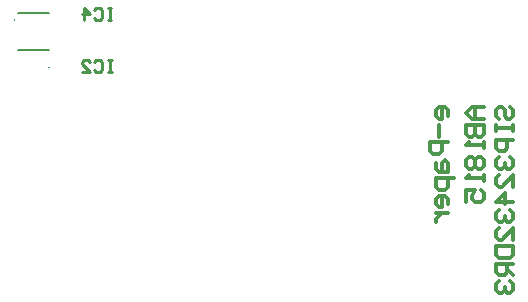
<source format=gbo>
G04*
G04 #@! TF.GenerationSoftware,Altium Limited,Altium Designer,22.10.1 (41)*
G04*
G04 Layer_Color=32896*
%FSLAX44Y44*%
%MOMM*%
G71*
G04*
G04 #@! TF.SameCoordinates,B11F2CDB-B4DC-4695-A2B3-7529A6E467DA*
G04*
G04*
G04 #@! TF.FilePolarity,Positive*
G04*
G01*
G75*
%ADD11C,0.2000*%
%ADD14C,0.3000*%
%ADD16C,0.1000*%
%ADD17C,0.1270*%
%ADD19C,0.2540*%
D11*
X12000Y270000D02*
G03*
X12000Y270000I-500J0D01*
G01*
D14*
X378613Y188752D02*
Y193751D01*
X376114Y196250D01*
X371115D01*
X368616Y193751D01*
Y188752D01*
X371115Y186253D01*
X373615D01*
Y196250D01*
X371115Y181255D02*
Y171258D01*
X378613Y166259D02*
X363618D01*
Y158762D01*
X366117Y156263D01*
X371115D01*
X373615Y158762D01*
Y166259D01*
X368616Y148765D02*
Y143767D01*
X371115Y141268D01*
X378613D01*
Y148765D01*
X376114Y151264D01*
X373615Y148765D01*
Y141268D01*
X383611Y136269D02*
X368616D01*
Y128772D01*
X371115Y126272D01*
X376114D01*
X378613Y128772D01*
Y136269D01*
Y113777D02*
Y118775D01*
X376114Y121274D01*
X371115D01*
X368616Y118775D01*
Y113777D01*
X371115Y111277D01*
X373615D01*
Y121274D01*
X368616Y106279D02*
X378613D01*
X373615D01*
X371115Y103780D01*
X368616Y101281D01*
Y98781D01*
X408806Y196250D02*
X398809D01*
X393811Y191251D01*
X398809Y186253D01*
X408806D01*
X401308D01*
Y196250D01*
X393811Y181255D02*
X408806D01*
Y173757D01*
X406306Y171258D01*
X403807D01*
X401308Y173757D01*
Y181255D01*
Y173757D01*
X398809Y171258D01*
X396310D01*
X393811Y173757D01*
Y181255D01*
X408806Y166259D02*
Y161261D01*
Y163760D01*
X393811D01*
X396310Y166259D01*
Y153764D02*
X393811Y151264D01*
Y146266D01*
X396310Y143767D01*
X398809D01*
X401308Y146266D01*
X403807Y143767D01*
X406306D01*
X408806Y146266D01*
Y151264D01*
X406306Y153764D01*
X403807D01*
X401308Y151264D01*
X398809Y153764D01*
X396310D01*
X401308Y151264D02*
Y146266D01*
X408806Y138768D02*
Y133770D01*
Y136269D01*
X393811D01*
X396310Y138768D01*
X393811Y116276D02*
Y126272D01*
X401308D01*
X398809Y121274D01*
Y118775D01*
X401308Y116276D01*
X406306D01*
X408806Y118775D01*
Y123773D01*
X406306Y126272D01*
X421504Y186253D02*
X419005Y188752D01*
Y193751D01*
X421504Y196250D01*
X424003D01*
X426502Y193751D01*
Y188752D01*
X429001Y186253D01*
X431501D01*
X434000Y188752D01*
Y193751D01*
X431501Y196250D01*
X419005Y181255D02*
Y176256D01*
Y178755D01*
X434000D01*
Y181255D01*
Y176256D01*
Y168759D02*
X419005D01*
Y161261D01*
X421504Y158762D01*
X426502D01*
X429001Y161261D01*
Y168759D01*
X421504Y153764D02*
X419005Y151264D01*
Y146266D01*
X421504Y143767D01*
X424003D01*
X426502Y146266D01*
Y148765D01*
Y146266D01*
X429001Y143767D01*
X431501D01*
X434000Y146266D01*
Y151264D01*
X431501Y153764D01*
X434000Y128772D02*
Y138768D01*
X424003Y128772D01*
X421504D01*
X419005Y131271D01*
Y136269D01*
X421504Y138768D01*
X434000Y116276D02*
X419005D01*
X426502Y123773D01*
Y113777D01*
X421504Y108778D02*
X419005Y106279D01*
Y101281D01*
X421504Y98781D01*
X424003D01*
X426502Y101281D01*
Y103780D01*
Y101281D01*
X429001Y98781D01*
X431501D01*
X434000Y101281D01*
Y106279D01*
X431501Y108778D01*
X434000Y83786D02*
Y93783D01*
X424003Y83786D01*
X421504D01*
X419005Y86285D01*
Y91284D01*
X421504Y93783D01*
X419005Y78788D02*
X434000D01*
Y71290D01*
X431501Y68791D01*
X421504D01*
X419005Y71290D01*
Y78788D01*
X434000Y63793D02*
X419005D01*
Y56295D01*
X421504Y53796D01*
X426502D01*
X429001Y56295D01*
Y63793D01*
Y58794D02*
X434000Y53796D01*
X421504Y48798D02*
X419005Y46298D01*
Y41300D01*
X421504Y38801D01*
X424003D01*
X426502Y41300D01*
Y43799D01*
Y41300D01*
X429001Y38801D01*
X431501D01*
X434000Y41300D01*
Y46298D01*
X431501Y48798D01*
D16*
X40500Y229750D02*
G03*
X41500Y229750I500J0D01*
G01*
D02*
G03*
X40500Y229750I-500J0D01*
G01*
D17*
X14500Y244500D02*
X40500D01*
X14500Y275500D02*
X40500D01*
D19*
X93746Y279748D02*
X90414D01*
X92080D01*
Y269752D01*
X93746D01*
X90414D01*
X78751Y278082D02*
X80417Y279748D01*
X83749D01*
X85415Y278082D01*
Y271418D01*
X83749Y269752D01*
X80417D01*
X78751Y271418D01*
X70420Y269752D02*
Y279748D01*
X75419Y274750D01*
X68754D01*
X93996Y235998D02*
X90664D01*
X92330D01*
Y226002D01*
X93996D01*
X90664D01*
X79001Y234332D02*
X80667Y235998D01*
X83999D01*
X85665Y234332D01*
Y227668D01*
X83999Y226002D01*
X80667D01*
X79001Y227668D01*
X69004Y226002D02*
X75669D01*
X69004Y232666D01*
Y234332D01*
X70670Y235998D01*
X74002D01*
X75669Y234332D01*
M02*

</source>
